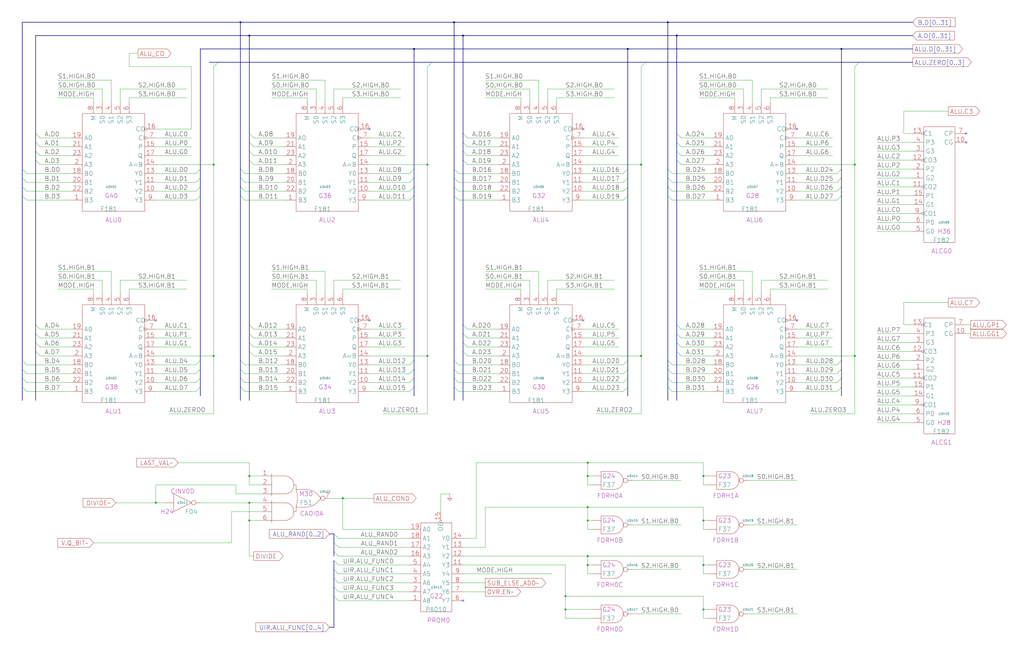
<source format=kicad_sch>
(kicad_sch (version 20211123) (generator eeschema)
  (paper "User" 584.2 378.46)
  (title_block (title "ALU ARRAY\\nMOST SIGNIFICANT BITS") (date "22-MAR-90") (rev "1.0") (comment 1 "VALUE") (comment 2 "232-003063") (comment 3 "S400") (comment 4 "RELEASED"))
  (bus (pts (xy 114.3 101.6) (xy 114.3 106.68)))
  (bus (pts (xy 114.3 106.68) (xy 114.3 111.76)))
  (bus (pts (xy 114.3 111.76) (xy 114.3 205.74)))
  (bus (pts (xy 114.3 205.74) (xy 114.3 210.82)))
  (bus (pts (xy 114.3 210.82) (xy 114.3 215.9)))
  (bus (pts (xy 114.3 215.9) (xy 114.3 220.98)))
  (bus (pts (xy 114.3 220.98) (xy 114.3 226.06)))
  (bus (pts (xy 114.3 27.94) (xy 114.3 96.52)))
  (bus (pts (xy 114.3 27.94) (xy 236.22 27.94)))
  (bus (pts (xy 114.3 96.52) (xy 114.3 101.6)))
  (bus (pts (xy 119.38 35.56) (xy 124.46 35.56)))
  (bus (pts (xy 12.7 101.6) (xy 12.7 106.68)))
  (bus (pts (xy 12.7 106.68) (xy 12.7 111.76)))
  (bus (pts (xy 12.7 111.76) (xy 12.7 205.74)))
  (bus (pts (xy 12.7 12.7) (xy 12.7 96.52)))
  (bus (pts (xy 12.7 12.7) (xy 137.16 12.7)))
  (bus (pts (xy 12.7 205.74) (xy 12.7 210.82)))
  (bus (pts (xy 12.7 210.82) (xy 12.7 215.9)))
  (bus (pts (xy 12.7 215.9) (xy 12.7 220.98)))
  (bus (pts (xy 12.7 220.98) (xy 12.7 228.6)))
  (bus (pts (xy 12.7 96.52) (xy 12.7 101.6)))
  (bus (pts (xy 124.46 35.56) (xy 246.38 35.56)))
  (bus (pts (xy 137.16 101.6) (xy 137.16 106.68)))
  (bus (pts (xy 137.16 106.68) (xy 137.16 111.76)))
  (bus (pts (xy 137.16 111.76) (xy 137.16 205.74)))
  (bus (pts (xy 137.16 12.7) (xy 137.16 96.52)))
  (bus (pts (xy 137.16 12.7) (xy 259.08 12.7)))
  (bus (pts (xy 137.16 205.74) (xy 137.16 210.82)))
  (bus (pts (xy 137.16 210.82) (xy 137.16 215.9)))
  (bus (pts (xy 137.16 215.9) (xy 137.16 220.98)))
  (bus (pts (xy 137.16 220.98) (xy 137.16 228.6)))
  (bus (pts (xy 137.16 96.52) (xy 137.16 101.6)))
  (bus (pts (xy 142.24 185.42) (xy 142.24 190.5)))
  (bus (pts (xy 142.24 190.5) (xy 142.24 195.58)))
  (bus (pts (xy 142.24 195.58) (xy 142.24 200.66)))
  (bus (pts (xy 142.24 20.32) (xy 142.24 76.2)))
  (bus (pts (xy 142.24 20.32) (xy 264.16 20.32)))
  (bus (pts (xy 142.24 200.66) (xy 142.24 228.6)))
  (bus (pts (xy 142.24 76.2) (xy 142.24 81.28)))
  (bus (pts (xy 142.24 81.28) (xy 142.24 86.36)))
  (bus (pts (xy 142.24 86.36) (xy 142.24 91.44)))
  (bus (pts (xy 142.24 91.44) (xy 142.24 185.42)))
  (bus (pts (xy 187.96 304.8) (xy 190.5 304.8)))
  (bus (pts (xy 187.96 358.14) (xy 190.5 358.14)))
  (bus (pts (xy 190.5 304.8) (xy 190.5 309.88)))
  (bus (pts (xy 190.5 309.88) (xy 190.5 314.96)))
  (bus (pts (xy 190.5 314.96) (xy 190.5 317.5)))
  (bus (pts (xy 190.5 320.04) (xy 190.5 325.12)))
  (bus (pts (xy 190.5 325.12) (xy 190.5 330.2)))
  (bus (pts (xy 190.5 330.2) (xy 190.5 335.28)))
  (bus (pts (xy 190.5 335.28) (xy 190.5 340.36)))
  (bus (pts (xy 190.5 340.36) (xy 190.5 358.14)))
  (bus (pts (xy 20.32 185.42) (xy 20.32 190.5)))
  (bus (pts (xy 20.32 190.5) (xy 20.32 195.58)))
  (bus (pts (xy 20.32 195.58) (xy 20.32 200.66)))
  (bus (pts (xy 20.32 20.32) (xy 142.24 20.32)))
  (bus (pts (xy 20.32 20.32) (xy 20.32 76.2)))
  (bus (pts (xy 20.32 200.66) (xy 20.32 228.6)))
  (bus (pts (xy 20.32 76.2) (xy 20.32 81.28)))
  (bus (pts (xy 20.32 81.28) (xy 20.32 86.36)))
  (bus (pts (xy 20.32 86.36) (xy 20.32 91.44)))
  (bus (pts (xy 20.32 91.44) (xy 20.32 185.42)))
  (bus (pts (xy 236.22 101.6) (xy 236.22 106.68)))
  (bus (pts (xy 236.22 106.68) (xy 236.22 111.76)))
  (bus (pts (xy 236.22 111.76) (xy 236.22 205.74)))
  (bus (pts (xy 236.22 205.74) (xy 236.22 210.82)))
  (bus (pts (xy 236.22 210.82) (xy 236.22 215.9)))
  (bus (pts (xy 236.22 215.9) (xy 236.22 220.98)))
  (bus (pts (xy 236.22 220.98) (xy 236.22 226.06)))
  (bus (pts (xy 236.22 27.94) (xy 236.22 96.52)))
  (bus (pts (xy 236.22 27.94) (xy 358.14 27.94)))
  (bus (pts (xy 236.22 96.52) (xy 236.22 101.6)))
  (bus (pts (xy 246.38 35.56) (xy 368.3 35.56)))
  (bus (pts (xy 259.08 101.6) (xy 259.08 106.68)))
  (bus (pts (xy 259.08 106.68) (xy 259.08 111.76)))
  (bus (pts (xy 259.08 111.76) (xy 259.08 205.74)))
  (bus (pts (xy 259.08 12.7) (xy 259.08 96.52)))
  (bus (pts (xy 259.08 12.7) (xy 381 12.7)))
  (bus (pts (xy 259.08 205.74) (xy 259.08 210.82)))
  (bus (pts (xy 259.08 210.82) (xy 259.08 215.9)))
  (bus (pts (xy 259.08 215.9) (xy 259.08 220.98)))
  (bus (pts (xy 259.08 220.98) (xy 259.08 228.6)))
  (bus (pts (xy 259.08 96.52) (xy 259.08 101.6)))
  (bus (pts (xy 264.16 185.42) (xy 264.16 190.5)))
  (bus (pts (xy 264.16 190.5) (xy 264.16 195.58)))
  (bus (pts (xy 264.16 195.58) (xy 264.16 200.66)))
  (bus (pts (xy 264.16 20.32) (xy 264.16 76.2)))
  (bus (pts (xy 264.16 20.32) (xy 386.08 20.32)))
  (bus (pts (xy 264.16 200.66) (xy 264.16 228.6)))
  (bus (pts (xy 264.16 76.2) (xy 264.16 81.28)))
  (bus (pts (xy 264.16 81.28) (xy 264.16 86.36)))
  (bus (pts (xy 264.16 86.36) (xy 264.16 91.44)))
  (bus (pts (xy 264.16 91.44) (xy 264.16 185.42)))
  (bus (pts (xy 358.14 101.6) (xy 358.14 106.68)))
  (bus (pts (xy 358.14 106.68) (xy 358.14 111.76)))
  (bus (pts (xy 358.14 111.76) (xy 358.14 205.74)))
  (bus (pts (xy 358.14 205.74) (xy 358.14 210.82)))
  (bus (pts (xy 358.14 210.82) (xy 358.14 215.9)))
  (bus (pts (xy 358.14 215.9) (xy 358.14 220.98)))
  (bus (pts (xy 358.14 220.98) (xy 358.14 226.06)))
  (bus (pts (xy 358.14 27.94) (xy 358.14 96.52)))
  (bus (pts (xy 358.14 27.94) (xy 480.06 27.94)))
  (bus (pts (xy 358.14 96.52) (xy 358.14 101.6)))
  (bus (pts (xy 368.3 35.56) (xy 490.22 35.56)))
  (bus (pts (xy 381 101.6) (xy 381 106.68)))
  (bus (pts (xy 381 106.68) (xy 381 111.76)))
  (bus (pts (xy 381 111.76) (xy 381 205.74)))
  (bus (pts (xy 381 12.7) (xy 381 96.52)))
  (bus (pts (xy 381 12.7) (xy 520.7 12.7)))
  (bus (pts (xy 381 205.74) (xy 381 210.82)))
  (bus (pts (xy 381 210.82) (xy 381 215.9)))
  (bus (pts (xy 381 215.9) (xy 381 220.98)))
  (bus (pts (xy 381 220.98) (xy 381 228.6)))
  (bus (pts (xy 381 96.52) (xy 381 101.6)))
  (bus (pts (xy 386.08 185.42) (xy 386.08 190.5)))
  (bus (pts (xy 386.08 190.5) (xy 386.08 195.58)))
  (bus (pts (xy 386.08 195.58) (xy 386.08 200.66)))
  (bus (pts (xy 386.08 20.32) (xy 386.08 76.2)))
  (bus (pts (xy 386.08 20.32) (xy 520.7 20.32)))
  (bus (pts (xy 386.08 200.66) (xy 386.08 228.6)))
  (bus (pts (xy 386.08 76.2) (xy 386.08 81.28)))
  (bus (pts (xy 386.08 81.28) (xy 386.08 86.36)))
  (bus (pts (xy 386.08 86.36) (xy 386.08 91.44)))
  (bus (pts (xy 386.08 91.44) (xy 386.08 185.42)))
  (bus (pts (xy 480.06 101.6) (xy 480.06 106.68)))
  (bus (pts (xy 480.06 106.68) (xy 480.06 111.76)))
  (bus (pts (xy 480.06 111.76) (xy 480.06 205.74)))
  (bus (pts (xy 480.06 205.74) (xy 480.06 210.82)))
  (bus (pts (xy 480.06 210.82) (xy 480.06 215.9)))
  (bus (pts (xy 480.06 215.9) (xy 480.06 220.98)))
  (bus (pts (xy 480.06 220.98) (xy 480.06 226.06)))
  (bus (pts (xy 480.06 27.94) (xy 480.06 96.52)))
  (bus (pts (xy 480.06 27.94) (xy 520.7 27.94)))
  (bus (pts (xy 480.06 96.52) (xy 480.06 101.6)))
  (bus (pts (xy 490.22 35.56) (xy 520.7 35.56)))
  (wire (pts (xy 101.6 264.16) (xy 142.24 264.16)))
  (wire (pts (xy 109.22 38.1) (xy 73.66 38.1)))
  (wire (pts (xy 109.22 73.66) (xy 109.22 38.1)))
  (wire (pts (xy 114.3 287.02) (xy 142.24 287.02)))
  (wire (pts (xy 121.92 203.2) (xy 121.92 236.22)))
  (wire (pts (xy 121.92 236.22) (xy 96.52 236.22)))
  (wire (pts (xy 121.92 38.1) (xy 121.92 93.98)))
  (wire (pts (xy 121.92 93.98) (xy 121.92 203.2)))
  (wire (pts (xy 132.08 292.1) (xy 149.86 292.1)))
  (wire (pts (xy 132.08 309.88) (xy 132.08 292.1)))
  (wire (pts (xy 134.62 276.86) (xy 88.9 276.86)))
  (wire (pts (xy 134.62 281.94) (xy 134.62 276.86)))
  (wire (pts (xy 139.7 104.14) (xy 162.56 104.14)))
  (wire (pts (xy 139.7 109.22) (xy 162.56 109.22)))
  (wire (pts (xy 139.7 114.3) (xy 162.56 114.3)))
  (wire (pts (xy 139.7 208.28) (xy 162.56 208.28)))
  (wire (pts (xy 139.7 213.36) (xy 162.56 213.36)))
  (wire (pts (xy 139.7 218.44) (xy 162.56 218.44)))
  (wire (pts (xy 139.7 223.52) (xy 162.56 223.52)))
  (wire (pts (xy 139.7 99.06) (xy 162.56 99.06)))
  (wire (pts (xy 142.24 264.16) (xy 142.24 271.78)))
  (wire (pts (xy 142.24 271.78) (xy 142.24 276.86)))
  (wire (pts (xy 142.24 271.78) (xy 149.86 271.78)))
  (wire (pts (xy 142.24 276.86) (xy 149.86 276.86)))
  (wire (pts (xy 142.24 287.02) (xy 149.86 287.02)))
  (wire (pts (xy 142.24 297.18) (xy 142.24 287.02)))
  (wire (pts (xy 142.24 317.5) (xy 142.24 297.18)))
  (wire (pts (xy 144.78 187.96) (xy 162.56 187.96)))
  (wire (pts (xy 144.78 193.04) (xy 162.56 193.04)))
  (wire (pts (xy 144.78 198.12) (xy 162.56 198.12)))
  (wire (pts (xy 144.78 203.2) (xy 162.56 203.2)))
  (wire (pts (xy 144.78 317.5) (xy 142.24 317.5)))
  (wire (pts (xy 144.78 78.74) (xy 162.56 78.74)))
  (wire (pts (xy 144.78 83.82) (xy 162.56 83.82)))
  (wire (pts (xy 144.78 88.9) (xy 162.56 88.9)))
  (wire (pts (xy 144.78 93.98) (xy 162.56 93.98)))
  (wire (pts (xy 149.86 281.94) (xy 134.62 281.94)))
  (wire (pts (xy 149.86 297.18) (xy 142.24 297.18)))
  (wire (pts (xy 15.24 104.14) (xy 40.64 104.14)))
  (wire (pts (xy 15.24 109.22) (xy 40.64 109.22)))
  (wire (pts (xy 15.24 114.3) (xy 40.64 114.3)))
  (wire (pts (xy 15.24 208.28) (xy 40.64 208.28)))
  (wire (pts (xy 15.24 213.36) (xy 40.64 213.36)))
  (wire (pts (xy 15.24 218.44) (xy 40.64 218.44)))
  (wire (pts (xy 15.24 223.52) (xy 40.64 223.52)))
  (wire (pts (xy 15.24 99.06) (xy 40.64 99.06)))
  (wire (pts (xy 154.94 154.94) (xy 185.42 154.94)))
  (wire (pts (xy 154.94 160.02) (xy 180.34 160.02)))
  (wire (pts (xy 154.94 165.1) (xy 175.26 165.1)))
  (wire (pts (xy 154.94 45.72) (xy 185.42 45.72)))
  (wire (pts (xy 154.94 50.8) (xy 180.34 50.8)))
  (wire (pts (xy 154.94 55.88) (xy 175.26 55.88)))
  (wire (pts (xy 175.26 167.64) (xy 175.26 165.1)))
  (wire (pts (xy 175.26 58.42) (xy 175.26 55.88)))
  (wire (pts (xy 180.34 167.64) (xy 180.34 160.02)))
  (wire (pts (xy 180.34 58.42) (xy 180.34 50.8)))
  (wire (pts (xy 185.42 167.64) (xy 185.42 154.94)))
  (wire (pts (xy 185.42 58.42) (xy 185.42 45.72)))
  (wire (pts (xy 187.96 284.48) (xy 195.58 284.48)))
  (wire (pts (xy 190.5 160.02) (xy 228.6 160.02)))
  (wire (pts (xy 190.5 167.64) (xy 190.5 160.02)))
  (wire (pts (xy 190.5 50.8) (xy 228.6 50.8)))
  (wire (pts (xy 190.5 58.42) (xy 190.5 50.8)))
  (wire (pts (xy 193.04 307.34) (xy 233.68 307.34)))
  (wire (pts (xy 193.04 312.42) (xy 233.68 312.42)))
  (wire (pts (xy 193.04 317.5) (xy 233.68 317.5)))
  (wire (pts (xy 193.04 322.58) (xy 233.68 322.58)))
  (wire (pts (xy 193.04 327.66) (xy 233.68 327.66)))
  (wire (pts (xy 193.04 332.74) (xy 233.68 332.74)))
  (wire (pts (xy 193.04 337.82) (xy 233.68 337.82)))
  (wire (pts (xy 193.04 342.9) (xy 233.68 342.9)))
  (wire (pts (xy 195.58 165.1) (xy 228.6 165.1)))
  (wire (pts (xy 195.58 167.64) (xy 195.58 165.1)))
  (wire (pts (xy 195.58 284.48) (xy 195.58 302.26)))
  (wire (pts (xy 195.58 284.48) (xy 213.36 284.48)))
  (wire (pts (xy 195.58 302.26) (xy 233.68 302.26)))
  (wire (pts (xy 195.58 55.88) (xy 228.6 55.88)))
  (wire (pts (xy 195.58 58.42) (xy 195.58 55.88)))
  (wire (pts (xy 210.82 104.14) (xy 233.68 104.14)))
  (wire (pts (xy 210.82 109.22) (xy 233.68 109.22)))
  (wire (pts (xy 210.82 114.3) (xy 233.68 114.3)))
  (wire (pts (xy 210.82 187.96) (xy 231.14 187.96)))
  (wire (pts (xy 210.82 193.04) (xy 231.14 193.04)))
  (wire (pts (xy 210.82 198.12) (xy 231.14 198.12)))
  (wire (pts (xy 210.82 203.2) (xy 243.84 203.2)))
  (wire (pts (xy 210.82 208.28) (xy 233.68 208.28)))
  (wire (pts (xy 210.82 213.36) (xy 233.68 213.36)))
  (wire (pts (xy 210.82 218.44) (xy 233.68 218.44)))
  (wire (pts (xy 210.82 223.52) (xy 233.68 223.52)))
  (wire (pts (xy 210.82 78.74) (xy 231.14 78.74)))
  (wire (pts (xy 210.82 83.82) (xy 231.14 83.82)))
  (wire (pts (xy 210.82 88.9) (xy 231.14 88.9)))
  (wire (pts (xy 210.82 93.98) (xy 243.84 93.98)))
  (wire (pts (xy 210.82 99.06) (xy 233.68 99.06)))
  (wire (pts (xy 22.86 187.96) (xy 40.64 187.96)))
  (wire (pts (xy 22.86 193.04) (xy 40.64 193.04)))
  (wire (pts (xy 22.86 198.12) (xy 40.64 198.12)))
  (wire (pts (xy 22.86 203.2) (xy 40.64 203.2)))
  (wire (pts (xy 22.86 78.74) (xy 40.64 78.74)))
  (wire (pts (xy 22.86 83.82) (xy 40.64 83.82)))
  (wire (pts (xy 22.86 88.9) (xy 40.64 88.9)))
  (wire (pts (xy 22.86 93.98) (xy 40.64 93.98)))
  (wire (pts (xy 243.84 203.2) (xy 243.84 236.22)))
  (wire (pts (xy 243.84 236.22) (xy 218.44 236.22)))
  (wire (pts (xy 243.84 38.1) (xy 243.84 93.98)))
  (wire (pts (xy 243.84 93.98) (xy 243.84 203.2)))
  (wire (pts (xy 251.46 281.94) (xy 251.46 292.1)))
  (wire (pts (xy 256.54 281.94) (xy 251.46 281.94)))
  (wire (pts (xy 261.62 104.14) (xy 284.48 104.14)))
  (wire (pts (xy 261.62 109.22) (xy 284.48 109.22)))
  (wire (pts (xy 261.62 114.3) (xy 284.48 114.3)))
  (wire (pts (xy 261.62 208.28) (xy 284.48 208.28)))
  (wire (pts (xy 261.62 213.36) (xy 284.48 213.36)))
  (wire (pts (xy 261.62 218.44) (xy 284.48 218.44)))
  (wire (pts (xy 261.62 223.52) (xy 284.48 223.52)))
  (wire (pts (xy 261.62 99.06) (xy 284.48 99.06)))
  (wire (pts (xy 264.16 307.34) (xy 271.78 307.34)))
  (wire (pts (xy 264.16 312.42) (xy 276.86 312.42)))
  (wire (pts (xy 264.16 317.5) (xy 335.28 317.5)))
  (wire (pts (xy 264.16 322.58) (xy 322.58 322.58)))
  (wire (pts (xy 264.16 327.66) (xy 314.96 327.66)))
  (wire (pts (xy 264.16 332.74) (xy 276.86 332.74)))
  (wire (pts (xy 264.16 337.82) (xy 276.86 337.82)))
  (wire (pts (xy 266.7 187.96) (xy 284.48 187.96)))
  (wire (pts (xy 266.7 193.04) (xy 284.48 193.04)))
  (wire (pts (xy 266.7 198.12) (xy 284.48 198.12)))
  (wire (pts (xy 266.7 203.2) (xy 284.48 203.2)))
  (wire (pts (xy 266.7 78.74) (xy 284.48 78.74)))
  (wire (pts (xy 266.7 83.82) (xy 284.48 83.82)))
  (wire (pts (xy 266.7 88.9) (xy 284.48 88.9)))
  (wire (pts (xy 266.7 93.98) (xy 284.48 93.98)))
  (wire (pts (xy 271.78 264.16) (xy 335.28 264.16)))
  (wire (pts (xy 271.78 307.34) (xy 271.78 264.16)))
  (wire (pts (xy 276.86 154.94) (xy 307.34 154.94)))
  (wire (pts (xy 276.86 160.02) (xy 302.26 160.02)))
  (wire (pts (xy 276.86 165.1) (xy 297.18 165.1)))
  (wire (pts (xy 276.86 289.56) (xy 335.28 289.56)))
  (wire (pts (xy 276.86 312.42) (xy 276.86 289.56)))
  (wire (pts (xy 276.86 45.72) (xy 307.34 45.72)))
  (wire (pts (xy 276.86 50.8) (xy 302.26 50.8)))
  (wire (pts (xy 276.86 55.88) (xy 297.18 55.88)))
  (wire (pts (xy 297.18 167.64) (xy 297.18 165.1)))
  (wire (pts (xy 297.18 58.42) (xy 297.18 55.88)))
  (wire (pts (xy 302.26 167.64) (xy 302.26 160.02)))
  (wire (pts (xy 302.26 58.42) (xy 302.26 50.8)))
  (wire (pts (xy 307.34 167.64) (xy 307.34 154.94)))
  (wire (pts (xy 307.34 58.42) (xy 307.34 45.72)))
  (wire (pts (xy 312.42 160.02) (xy 350.52 160.02)))
  (wire (pts (xy 312.42 167.64) (xy 312.42 160.02)))
  (wire (pts (xy 312.42 50.8) (xy 350.52 50.8)))
  (wire (pts (xy 312.42 58.42) (xy 312.42 50.8)))
  (wire (pts (xy 317.5 165.1) (xy 350.52 165.1)))
  (wire (pts (xy 317.5 167.64) (xy 317.5 165.1)))
  (wire (pts (xy 317.5 55.88) (xy 350.52 55.88)))
  (wire (pts (xy 317.5 58.42) (xy 317.5 55.88)))
  (wire (pts (xy 322.58 322.58) (xy 322.58 340.36)))
  (wire (pts (xy 322.58 340.36) (xy 322.58 347.98)))
  (wire (pts (xy 322.58 340.36) (xy 401.32 340.36)))
  (wire (pts (xy 322.58 347.98) (xy 322.58 353.06)))
  (wire (pts (xy 322.58 347.98) (xy 337.82 347.98)))
  (wire (pts (xy 322.58 353.06) (xy 337.82 353.06)))
  (wire (pts (xy 33.02 154.94) (xy 63.5 154.94)))
  (wire (pts (xy 33.02 160.02) (xy 58.42 160.02)))
  (wire (pts (xy 33.02 165.1) (xy 53.34 165.1)))
  (wire (pts (xy 33.02 45.72) (xy 63.5 45.72)))
  (wire (pts (xy 33.02 50.8) (xy 58.42 50.8)))
  (wire (pts (xy 33.02 55.88) (xy 53.34 55.88)))
  (wire (pts (xy 332.74 104.14) (xy 355.6 104.14)))
  (wire (pts (xy 332.74 109.22) (xy 355.6 109.22)))
  (wire (pts (xy 332.74 114.3) (xy 355.6 114.3)))
  (wire (pts (xy 332.74 187.96) (xy 353.06 187.96)))
  (wire (pts (xy 332.74 193.04) (xy 353.06 193.04)))
  (wire (pts (xy 332.74 198.12) (xy 353.06 198.12)))
  (wire (pts (xy 332.74 203.2) (xy 365.76 203.2)))
  (wire (pts (xy 332.74 208.28) (xy 355.6 208.28)))
  (wire (pts (xy 332.74 213.36) (xy 355.6 213.36)))
  (wire (pts (xy 332.74 218.44) (xy 355.6 218.44)))
  (wire (pts (xy 332.74 223.52) (xy 355.6 223.52)))
  (wire (pts (xy 332.74 78.74) (xy 353.06 78.74)))
  (wire (pts (xy 332.74 83.82) (xy 353.06 83.82)))
  (wire (pts (xy 332.74 88.9) (xy 353.06 88.9)))
  (wire (pts (xy 332.74 93.98) (xy 365.76 93.98)))
  (wire (pts (xy 332.74 99.06) (xy 355.6 99.06)))
  (wire (pts (xy 335.28 264.16) (xy 401.32 264.16)))
  (wire (pts (xy 335.28 271.78) (xy 335.28 264.16)))
  (wire (pts (xy 335.28 271.78) (xy 337.82 271.78)))
  (wire (pts (xy 335.28 276.86) (xy 335.28 271.78)))
  (wire (pts (xy 335.28 289.56) (xy 401.32 289.56)))
  (wire (pts (xy 335.28 297.18) (xy 335.28 289.56)))
  (wire (pts (xy 335.28 297.18) (xy 337.82 297.18)))
  (wire (pts (xy 335.28 302.26) (xy 335.28 297.18)))
  (wire (pts (xy 335.28 317.5) (xy 401.32 317.5)))
  (wire (pts (xy 335.28 322.58) (xy 335.28 317.5)))
  (wire (pts (xy 335.28 322.58) (xy 337.82 322.58)))
  (wire (pts (xy 335.28 327.66) (xy 335.28 322.58)))
  (wire (pts (xy 337.82 276.86) (xy 335.28 276.86)))
  (wire (pts (xy 337.82 302.26) (xy 335.28 302.26)))
  (wire (pts (xy 337.82 327.66) (xy 335.28 327.66)))
  (wire (pts (xy 360.68 274.32) (xy 388.62 274.32)))
  (wire (pts (xy 360.68 299.72) (xy 388.62 299.72)))
  (wire (pts (xy 360.68 325.12) (xy 388.62 325.12)))
  (wire (pts (xy 360.68 350.52) (xy 388.62 350.52)))
  (wire (pts (xy 365.76 203.2) (xy 365.76 236.22)))
  (wire (pts (xy 365.76 236.22) (xy 340.36 236.22)))
  (wire (pts (xy 365.76 38.1) (xy 365.76 93.98)))
  (wire (pts (xy 365.76 93.98) (xy 365.76 203.2)))
  (wire (pts (xy 383.54 104.14) (xy 406.4 104.14)))
  (wire (pts (xy 383.54 109.22) (xy 406.4 109.22)))
  (wire (pts (xy 383.54 114.3) (xy 406.4 114.3)))
  (wire (pts (xy 383.54 208.28) (xy 406.4 208.28)))
  (wire (pts (xy 383.54 213.36) (xy 406.4 213.36)))
  (wire (pts (xy 383.54 218.44) (xy 406.4 218.44)))
  (wire (pts (xy 383.54 223.52) (xy 406.4 223.52)))
  (wire (pts (xy 383.54 99.06) (xy 406.4 99.06)))
  (wire (pts (xy 388.62 187.96) (xy 406.4 187.96)))
  (wire (pts (xy 388.62 193.04) (xy 406.4 193.04)))
  (wire (pts (xy 388.62 198.12) (xy 406.4 198.12)))
  (wire (pts (xy 388.62 203.2) (xy 406.4 203.2)))
  (wire (pts (xy 388.62 78.74) (xy 406.4 78.74)))
  (wire (pts (xy 388.62 83.82) (xy 406.4 83.82)))
  (wire (pts (xy 388.62 88.9) (xy 406.4 88.9)))
  (wire (pts (xy 388.62 93.98) (xy 406.4 93.98)))
  (wire (pts (xy 398.78 154.94) (xy 429.26 154.94)))
  (wire (pts (xy 398.78 160.02) (xy 424.18 160.02)))
  (wire (pts (xy 398.78 165.1) (xy 419.1 165.1)))
  (wire (pts (xy 398.78 45.72) (xy 429.26 45.72)))
  (wire (pts (xy 398.78 50.8) (xy 424.18 50.8)))
  (wire (pts (xy 398.78 55.88) (xy 419.1 55.88)))
  (wire (pts (xy 401.32 264.16) (xy 401.32 271.78)))
  (wire (pts (xy 401.32 271.78) (xy 401.32 276.86)))
  (wire (pts (xy 401.32 271.78) (xy 403.86 271.78)))
  (wire (pts (xy 401.32 276.86) (xy 403.86 276.86)))
  (wire (pts (xy 401.32 289.56) (xy 401.32 297.18)))
  (wire (pts (xy 401.32 297.18) (xy 401.32 302.26)))
  (wire (pts (xy 401.32 297.18) (xy 403.86 297.18)))
  (wire (pts (xy 401.32 302.26) (xy 403.86 302.26)))
  (wire (pts (xy 401.32 317.5) (xy 401.32 322.58)))
  (wire (pts (xy 401.32 322.58) (xy 401.32 327.66)))
  (wire (pts (xy 401.32 322.58) (xy 403.86 322.58)))
  (wire (pts (xy 401.32 327.66) (xy 403.86 327.66)))
  (wire (pts (xy 401.32 340.36) (xy 401.32 347.98)))
  (wire (pts (xy 401.32 347.98) (xy 401.32 353.06)))
  (wire (pts (xy 401.32 347.98) (xy 403.86 347.98)))
  (wire (pts (xy 401.32 353.06) (xy 403.86 353.06)))
  (wire (pts (xy 419.1 167.64) (xy 419.1 165.1)))
  (wire (pts (xy 419.1 58.42) (xy 419.1 55.88)))
  (wire (pts (xy 424.18 167.64) (xy 424.18 160.02)))
  (wire (pts (xy 424.18 58.42) (xy 424.18 50.8)))
  (wire (pts (xy 426.72 274.32) (xy 454.66 274.32)))
  (wire (pts (xy 426.72 299.72) (xy 454.66 299.72)))
  (wire (pts (xy 426.72 325.12) (xy 454.66 325.12)))
  (wire (pts (xy 426.72 350.52) (xy 454.66 350.52)))
  (wire (pts (xy 429.26 167.64) (xy 429.26 154.94)))
  (wire (pts (xy 429.26 58.42) (xy 429.26 45.72)))
  (wire (pts (xy 434.34 160.02) (xy 472.44 160.02)))
  (wire (pts (xy 434.34 167.64) (xy 434.34 160.02)))
  (wire (pts (xy 434.34 50.8) (xy 472.44 50.8)))
  (wire (pts (xy 434.34 58.42) (xy 434.34 50.8)))
  (wire (pts (xy 439.42 165.1) (xy 472.44 165.1)))
  (wire (pts (xy 439.42 167.64) (xy 439.42 165.1)))
  (wire (pts (xy 439.42 55.88) (xy 472.44 55.88)))
  (wire (pts (xy 439.42 58.42) (xy 439.42 55.88)))
  (wire (pts (xy 454.66 104.14) (xy 477.52 104.14)))
  (wire (pts (xy 454.66 109.22) (xy 477.52 109.22)))
  (wire (pts (xy 454.66 114.3) (xy 477.52 114.3)))
  (wire (pts (xy 454.66 187.96) (xy 474.98 187.96)))
  (wire (pts (xy 454.66 193.04) (xy 474.98 193.04)))
  (wire (pts (xy 454.66 198.12) (xy 474.98 198.12)))
  (wire (pts (xy 454.66 203.2) (xy 487.68 203.2)))
  (wire (pts (xy 454.66 208.28) (xy 477.52 208.28)))
  (wire (pts (xy 454.66 213.36) (xy 477.52 213.36)))
  (wire (pts (xy 454.66 218.44) (xy 477.52 218.44)))
  (wire (pts (xy 454.66 223.52) (xy 477.52 223.52)))
  (wire (pts (xy 454.66 78.74) (xy 474.98 78.74)))
  (wire (pts (xy 454.66 83.82) (xy 474.98 83.82)))
  (wire (pts (xy 454.66 88.9) (xy 474.98 88.9)))
  (wire (pts (xy 454.66 93.98) (xy 487.68 93.98)))
  (wire (pts (xy 454.66 99.06) (xy 477.52 99.06)))
  (wire (pts (xy 487.68 203.2) (xy 487.68 236.22)))
  (wire (pts (xy 487.68 236.22) (xy 462.28 236.22)))
  (wire (pts (xy 487.68 38.1) (xy 487.68 93.98)))
  (wire (pts (xy 487.68 93.98) (xy 487.68 203.2)))
  (wire (pts (xy 500.38 101.6) (xy 520.7 101.6)))
  (wire (pts (xy 500.38 106.68) (xy 520.7 106.68)))
  (wire (pts (xy 500.38 111.76) (xy 520.7 111.76)))
  (wire (pts (xy 500.38 116.84) (xy 520.7 116.84)))
  (wire (pts (xy 500.38 121.92) (xy 520.7 121.92)))
  (wire (pts (xy 500.38 127) (xy 520.7 127)))
  (wire (pts (xy 500.38 132.08) (xy 520.7 132.08)))
  (wire (pts (xy 500.38 190.5) (xy 520.7 190.5)))
  (wire (pts (xy 500.38 195.58) (xy 520.7 195.58)))
  (wire (pts (xy 500.38 200.66) (xy 520.7 200.66)))
  (wire (pts (xy 500.38 205.74) (xy 520.7 205.74)))
  (wire (pts (xy 500.38 210.82) (xy 520.7 210.82)))
  (wire (pts (xy 500.38 215.9) (xy 520.7 215.9)))
  (wire (pts (xy 500.38 220.98) (xy 520.7 220.98)))
  (wire (pts (xy 500.38 226.06) (xy 520.7 226.06)))
  (wire (pts (xy 500.38 231.14) (xy 520.7 231.14)))
  (wire (pts (xy 500.38 236.22) (xy 520.7 236.22)))
  (wire (pts (xy 500.38 241.3) (xy 520.7 241.3)))
  (wire (pts (xy 500.38 81.28) (xy 520.7 81.28)))
  (wire (pts (xy 500.38 86.36) (xy 520.7 86.36)))
  (wire (pts (xy 500.38 91.44) (xy 520.7 91.44)))
  (wire (pts (xy 500.38 96.52) (xy 520.7 96.52)))
  (wire (pts (xy 515.62 172.72) (xy 541.02 172.72)))
  (wire (pts (xy 515.62 185.42) (xy 515.62 172.72)))
  (wire (pts (xy 515.62 63.5) (xy 541.02 63.5)))
  (wire (pts (xy 515.62 76.2) (xy 515.62 63.5)))
  (wire (pts (xy 520.7 185.42) (xy 515.62 185.42)))
  (wire (pts (xy 520.7 76.2) (xy 515.62 76.2)))
  (wire (pts (xy 53.34 167.64) (xy 53.34 165.1)))
  (wire (pts (xy 53.34 309.88) (xy 132.08 309.88)))
  (wire (pts (xy 53.34 58.42) (xy 53.34 55.88)))
  (wire (pts (xy 551.18 185.42) (xy 553.72 185.42)))
  (wire (pts (xy 551.18 190.5) (xy 553.72 190.5)))
  (wire (pts (xy 58.42 167.64) (xy 58.42 160.02)))
  (wire (pts (xy 58.42 58.42) (xy 58.42 50.8)))
  (wire (pts (xy 63.5 167.64) (xy 63.5 154.94)))
  (wire (pts (xy 63.5 58.42) (xy 63.5 45.72)))
  (wire (pts (xy 66.04 287.02) (xy 88.9 287.02)))
  (wire (pts (xy 68.58 160.02) (xy 106.68 160.02)))
  (wire (pts (xy 68.58 167.64) (xy 68.58 160.02)))
  (wire (pts (xy 68.58 50.8) (xy 106.68 50.8)))
  (wire (pts (xy 68.58 58.42) (xy 68.58 50.8)))
  (wire (pts (xy 73.66 165.1) (xy 106.68 165.1)))
  (wire (pts (xy 73.66 167.64) (xy 73.66 165.1)))
  (wire (pts (xy 73.66 30.48) (xy 78.74 30.48)))
  (wire (pts (xy 73.66 38.1) (xy 73.66 30.48)))
  (wire (pts (xy 73.66 55.88) (xy 106.68 55.88)))
  (wire (pts (xy 73.66 58.42) (xy 73.66 55.88)))
  (wire (pts (xy 88.9 104.14) (xy 111.76 104.14)))
  (wire (pts (xy 88.9 109.22) (xy 111.76 109.22)))
  (wire (pts (xy 88.9 114.3) (xy 111.76 114.3)))
  (wire (pts (xy 88.9 187.96) (xy 109.22 187.96)))
  (wire (pts (xy 88.9 193.04) (xy 109.22 193.04)))
  (wire (pts (xy 88.9 198.12) (xy 109.22 198.12)))
  (wire (pts (xy 88.9 203.2) (xy 121.92 203.2)))
  (wire (pts (xy 88.9 208.28) (xy 111.76 208.28)))
  (wire (pts (xy 88.9 213.36) (xy 111.76 213.36)))
  (wire (pts (xy 88.9 218.44) (xy 111.76 218.44)))
  (wire (pts (xy 88.9 223.52) (xy 111.76 223.52)))
  (wire (pts (xy 88.9 276.86) (xy 88.9 287.02)))
  (wire (pts (xy 88.9 287.02) (xy 93.98 287.02)))
  (wire (pts (xy 88.9 73.66) (xy 109.22 73.66)))
  (wire (pts (xy 88.9 78.74) (xy 109.22 78.74)))
  (wire (pts (xy 88.9 83.82) (xy 109.22 83.82)))
  (wire (pts (xy 88.9 88.9) (xy 109.22 88.9)))
  (wire (pts (xy 88.9 93.98) (xy 121.92 93.98)))
  (wire (pts (xy 88.9 99.06) (xy 111.76 99.06)))
  (bus_entry (at 12.7 96.52) (size 2.54 2.54))
  (bus_entry (at 12.7 101.6) (size 2.54 2.54))
  (bus_entry (at 12.7 106.68) (size 2.54 2.54))
  (bus_entry (at 12.7 111.76) (size 2.54 2.54))
  (bus_entry (at 12.7 205.74) (size 2.54 2.54))
  (bus_entry (at 12.7 210.82) (size 2.54 2.54))
  (bus_entry (at 12.7 215.9) (size 2.54 2.54))
  (bus_entry (at 12.7 220.98) (size 2.54 2.54))
  (bus_entry (at 20.32 76.2) (size 2.54 2.54))
  (bus_entry (at 20.32 81.28) (size 2.54 2.54))
  (bus_entry (at 20.32 86.36) (size 2.54 2.54))
  (bus_entry (at 20.32 91.44) (size 2.54 2.54))
  (bus_entry (at 20.32 185.42) (size 2.54 2.54))
  (bus_entry (at 20.32 190.5) (size 2.54 2.54))
  (bus_entry (at 20.32 195.58) (size 2.54 2.54))
  (bus_entry (at 20.32 200.66) (size 2.54 2.54))
  (label "A.D0" (at 25.4 78.74 0) (effects (font (size 2.54 2.54))))
  (label "A.D1" (at 25.4 83.82 0) (effects (font (size 2.54 2.54))))
  (label "A.D2" (at 25.4 88.9 0) (effects (font (size 2.54 2.54))))
  (label "A.D3" (at 25.4 93.98 0) (effects (font (size 2.54 2.54))))
  (label "B.D0" (at 25.4 99.06 0) (effects (font (size 2.54 2.54))))
  (label "B.D1" (at 25.4 104.14 0) (effects (font (size 2.54 2.54))))
  (label "B.D2" (at 25.4 109.22 0) (effects (font (size 2.54 2.54))))
  (label "B.D3" (at 25.4 114.3 0) (effects (font (size 2.54 2.54))))
  (label "A.D4" (at 25.4 187.96 0) (effects (font (size 2.54 2.54))))
  (label "A.D5" (at 25.4 193.04 0) (effects (font (size 2.54 2.54))))
  (label "A.D6" (at 25.4 198.12 0) (effects (font (size 2.54 2.54))))
  (label "A.D7" (at 25.4 203.2 0) (effects (font (size 2.54 2.54))))
  (label "B.D4" (at 25.4 208.28 0) (effects (font (size 2.54 2.54))))
  (label "B.D5" (at 25.4 213.36 0) (effects (font (size 2.54 2.54))))
  (label "B.D6" (at 25.4 218.44 0) (effects (font (size 2.54 2.54))))
  (label "B.D7" (at 25.4 223.52 0) (effects (font (size 2.54 2.54))))
  (label "S1.HIGH.B0" (at 33.02 45.72 0) (effects (font (size 2.54 2.54))))
  (label "S0.HIGH.B0" (at 33.02 50.8 0) (effects (font (size 2.54 2.54))))
  (label "MODE.HIGH" (at 33.02 55.88 0) (effects (font (size 2.54 2.54))))
  (label "S1.HIGH.B1" (at 33.02 154.94 0) (effects (font (size 2.54 2.54))))
  (label "S0.HIGH.B1" (at 33.02 160.02 0) (effects (font (size 2.54 2.54))))
  (label "MODE.HIGH" (at 33.02 165.1 0) (effects (font (size 2.54 2.54))))
  (global_label "V.Q_BIT~" (shape input) (at 53.34 309.88 180) (effects (font (size 2.54 2.54))) (property "Intersheet References" "${INTERSHEET_REFS}" (at 33.0321 309.7213 0) (effects (font (size 2.54 2.54)) (justify right))))
  (symbol (lib_id "r1000:F181") (at 60.96 111.76 0) (unit 1)
    (property "Reference" "U3401" (at 63.5 106.68 0))
    (property "Value" "F181" (at 57.15 119.38 0) (effects (font (size 2.54 2.54)) (justify left)))
    (property "Location" "G40" (at 59.69 111.76 0) (effects (font (size 2.54 2.54)) (justify left)))
    (property "Name" "ALU0" (at 64.77 127 0) (effects (font (size 2.54 2.54)) (justify bottom)))
  )
  (symbol (lib_id "r1000:F181") (at 60.96 220.98 0) (unit 1)
    (property "Reference" "U3402" (at 63.5 215.9 0))
    (property "Value" "F181" (at 57.15 228.6 0) (effects (font (size 2.54 2.54)) (justify left)))
    (property "Location" "G38" (at 59.69 220.98 0) (effects (font (size 2.54 2.54)) (justify left)))
    (property "Name" "ALU1" (at 64.77 236.22 0) (effects (font (size 2.54 2.54)) (justify bottom)))
  )
  (global_label "DIVIDE~" (shape input) (at 66.04 287.02 180) (effects (font (size 2.54 2.54))) (property "Intersheet References" "${INTERSHEET_REFS}" (at 47.4254 286.8613 0) (effects (font (size 2.54 2.54)) (justify right))))
  (global_label "ALU_CO" (shape output) (at 78.74 30.48 0) (effects (font (size 2.54 2.54))) (property "Intersheet References" "${INTERSHEET_REFS}" (at 97.5965 30.3213 0) (effects (font (size 2.54 2.54)) (justify left))))
  (label "S2.HIGH.B0" (at 78.74 50.8 0) (effects (font (size 2.54 2.54))))
  (label "S3.HIGH.B0" (at 78.74 55.88 0) (effects (font (size 2.54 2.54))))
  (label "S2.HIGH.B1" (at 78.74 160.02 0) (effects (font (size 2.54 2.54))))
  (label "S3.HIGH.B1" (at 78.74 165.1 0) (effects (font (size 2.54 2.54))))
  (no_connect (at 88.9 182.88))
  (junction (at 88.9 287.02))
  (label "ALU.C0" (at 93.98 78.74 0) (effects (font (size 2.54 2.54))))
  (label "ALU.P0" (at 93.98 83.82 0) (effects (font (size 2.54 2.54))))
  (label "ALU.G0" (at 93.98 88.9 0) (effects (font (size 2.54 2.54))))
  (label "ALU.D0" (at 93.98 99.06 0) (effects (font (size 2.54 2.54))))
  (label "ALU.D1" (at 93.98 104.14 0) (effects (font (size 2.54 2.54))))
  (label "ALU.D2" (at 93.98 109.22 0) (effects (font (size 2.54 2.54))))
  (label "ALU.D3" (at 93.98 114.3 0) (effects (font (size 2.54 2.54))))
  (label "ALU.C1" (at 93.98 187.96 0) (effects (font (size 2.54 2.54))))
  (label "ALU.P1" (at 93.98 193.04 0) (effects (font (size 2.54 2.54))))
  (label "ALU.G1" (at 93.98 198.12 0) (effects (font (size 2.54 2.54))))
  (label "ALU.D4" (at 93.98 208.28 0) (effects (font (size 2.54 2.54))))
  (label "ALU.D5" (at 93.98 213.36 0) (effects (font (size 2.54 2.54))))
  (label "ALU.D6" (at 93.98 218.44 0) (effects (font (size 2.54 2.54))))
  (label "ALU.D7" (at 93.98 223.52 0) (effects (font (size 2.54 2.54))))
  (label "ALU.ZERO0" (at 96.52 236.22 0) (effects (font (size 2.54 2.54))))
  (global_label "LAST_VAL~" (shape input) (at 101.6 264.16 180) (effects (font (size 2.54 2.54))) (property "Intersheet References" "${INTERSHEET_REFS}" (at 78.0264 264.0013 0) (effects (font (size 2.54 2.54)) (justify right))))
  (symbol (lib_id "r1000:F04") (at 104.14 287.02 0) (unit 1)
    (property "Reference" "U3411" (at 104.14 287.02 0))
    (property "Value" "F04" (at 105.41 292.1 0) (effects (font (size 2.54 2.54)) (justify left)))
    (property "Location" "H24" (at 91.44 292.1 0) (effects (font (size 2.54 2.54)) (justify left)))
    (property "Name" "CINV0D" (at 104.14 281.94 0) (effects (font (size 2.54 2.54)) (justify bottom)))
  )
  (bus_entry (at 114.3 96.52) (size -2.54 2.54))
  (bus_entry (at 114.3 101.6) (size -2.54 2.54))
  (bus_entry (at 114.3 106.68) (size -2.54 2.54))
  (bus_entry (at 114.3 111.76) (size -2.54 2.54))
  (bus_entry (at 114.3 205.74) (size -2.54 2.54))
  (bus_entry (at 114.3 210.82) (size -2.54 2.54))
  (bus_entry (at 114.3 215.9) (size -2.54 2.54))
  (bus_entry (at 114.3 220.98) (size -2.54 2.54))
  (junction (at 121.92 93.98))
  (junction (at 121.92 203.2))
  (bus_entry (at 124.46 35.56) (size -2.54 2.54))
  (junction (at 137.16 12.7))
  (bus_entry (at 137.16 96.52) (size 2.54 2.54))
  (bus_entry (at 137.16 101.6) (size 2.54 2.54))
  (bus_entry (at 137.16 106.68) (size 2.54 2.54))
  (bus_entry (at 137.16 111.76) (size 2.54 2.54))
  (bus_entry (at 137.16 205.74) (size 2.54 2.54))
  (bus_entry (at 137.16 210.82) (size 2.54 2.54))
  (bus_entry (at 137.16 215.9) (size 2.54 2.54))
  (bus_entry (at 137.16 220.98) (size 2.54 2.54))
  (junction (at 142.24 20.32))
  (bus_entry (at 142.24 76.2) (size 2.54 2.54))
  (bus_entry (at 142.24 81.28) (size 2.54 2.54))
  (bus_entry (at 142.24 86.36) (size 2.54 2.54))
  (bus_entry (at 142.24 91.44) (size 2.54 2.54))
  (bus_entry (at 142.24 185.42) (size 2.54 2.54))
  (bus_entry (at 142.24 190.5) (size 2.54 2.54))
  (bus_entry (at 142.24 195.58) (size 2.54 2.54))
  (bus_entry (at 142.24 200.66) (size 2.54 2.54))
  (junction (at 142.24 271.78))
  (junction (at 142.24 287.02))
  (junction (at 142.24 297.18))
  (global_label "DIVIDE" (shape output) (at 144.78 317.5 0) (effects (font (size 2.54 2.54))) (property "Intersheet References" "${INTERSHEET_REFS}" (at 161.5803 317.3413 0) (effects (font (size 2.54 2.54)) (justify left))))
  (label "A.D8" (at 147.32 78.74 0) (effects (font (size 2.54 2.54))))
  (label "A.D9" (at 147.32 83.82 0) (effects (font (size 2.54 2.54))))
  (label "A.D10" (at 147.32 88.9 0) (effects (font (size 2.54 2.54))))
  (label "A.D11" (at 147.32 93.98 0) (effects (font (size 2.54 2.54))))
  (label "B.D8" (at 147.32 99.06 0) (effects (font (size 2.54 2.54))))
  (label "B.D9" (at 147.32 104.14 0) (effects (font (size 2.54 2.54))))
  (label "B.D10" (at 147.32 109.22 0) (effects (font (size 2.54 2.54))))
  (label "B.D11" (at 147.32 114.3 0) (effects (font (size 2.54 2.54))))
  (label "A.D12" (at 147.32 187.96 0) (effects (font (size 2.54 2.54))))
  (label "A.D13" (at 147.32 193.04 0) (effects (font (size 2.54 2.54))))
  (label "A.D14" (at 147.32 198.12 0) (effects (font (size 2.54 2.54))))
  (label "A.D15" (at 147.32 203.2 0) (effects (font (size 2.54 2.54))))
  (label "B.D12" (at 147.32 208.28 0) (effects (font (size 2.54 2.54))))
  (label "B.D13" (at 147.32 213.36 0) (effects (font (size 2.54 2.54))))
  (label "B.D14" (at 147.32 218.44 0) (effects (font (size 2.54 2.54))))
  (label "B.D15" (at 147.32 223.52 0) (effects (font (size 2.54 2.54))))
  (label "S1.HIGH.B0" (at 154.94 45.72 0) (effects (font (size 2.54 2.54))))
  (label "S0.HIGH.B0" (at 154.94 50.8 0) (effects (font (size 2.54 2.54))))
  (label "MODE.HIGH" (at 154.94 55.88 0) (effects (font (size 2.54 2.54))))
  (label "S1.HIGH.B1" (at 154.94 154.94 0) (effects (font (size 2.54 2.54))))
  (label "S0.HIGH.B1" (at 154.94 160.02 0) (effects (font (size 2.54 2.54))))
  (label "MODE.HIGH" (at 154.94 165.1 0) (effects (font (size 2.54 2.54))))
  (symbol (lib_id "r1000:F51") (at 172.72 281.94 0) (unit 1)
    (property "Reference" "U3412" (at 185.42 280.67 0))
    (property "Value" "F51" (at 174.625 287.02 0) (effects (font (size 2.54 2.54))))
    (property "Location" "M30" (at 174.625 281.94 0) (effects (font (size 2.54 2.54))))
    (property "Name" "CAOI0A" (at 177.8 294.64 0) (effects (font (size 2.54 2.54)) (justify bottom)))
  )
  (symbol (lib_id "r1000:F181") (at 182.88 111.76 0) (unit 1)
    (property "Reference" "U3403" (at 185.42 106.68 0))
    (property "Value" "F181" (at 179.07 119.38 0) (effects (font (size 2.54 2.54)) (justify left)))
    (property "Location" "G36" (at 181.61 111.76 0) (effects (font (size 2.54 2.54)) (justify left)))
    (property "Name" "ALU2" (at 186.69 127 0) (effects (font (size 2.54 2.54)) (justify bottom)))
  )
  (symbol (lib_id "r1000:F181") (at 182.88 220.98 0) (unit 1)
    (property "Reference" "U3404" (at 185.42 215.9 0))
    (property "Value" "F181" (at 179.07 228.6 0) (effects (font (size 2.54 2.54)) (justify left)))
    (property "Location" "G34" (at 181.61 220.98 0) (effects (font (size 2.54 2.54)) (justify left)))
    (property "Name" "ALU3" (at 186.69 236.22 0) (effects (font (size 2.54 2.54)) (justify bottom)))
  )
  (global_label "ALU_RAND[0..2]" (shape input) (at 187.96 304.8 180) (effects (font (size 2.54 2.54))) (property "Intersheet References" "${INTERSHEET_REFS}" (at 153.7426 304.6413 0) (effects (font (size 2.54 2.54)) (justify right))))
  (global_label "UIR.ALU_FUNC[0..4]" (shape input) (at 187.96 358.14 180) (effects (font (size 2.54 2.54))) (property "Intersheet References" "${INTERSHEET_REFS}" (at 146.0016 357.9813 0) (effects (font (size 2.54 2.54)) (justify right))))
  (bus_entry (at 190.5 304.8) (size 2.54 2.54))
  (bus_entry (at 190.5 309.88) (size 2.54 2.54))
  (bus_entry (at 190.5 314.96) (size 2.54 2.54))
  (bus_entry (at 190.5 320.04) (size 2.54 2.54))
  (bus_entry (at 190.5 325.12) (size 2.54 2.54))
  (bus_entry (at 190.5 330.2) (size 2.54 2.54))
  (bus_entry (at 190.5 335.28) (size 2.54 2.54))
  (bus_entry (at 190.5 340.36) (size 2.54 2.54))
  (junction (at 195.58 284.48))
  (label "UIR.ALU_FUNC0" (at 195.58 322.58 0) (effects (font (size 2.54 2.54))))
  (label "UIR.ALU_FUNC1" (at 195.58 327.66 0) (effects (font (size 2.54 2.54))))
  (label "UIR.ALU_FUNC2" (at 195.58 332.74 0) (effects (font (size 2.54 2.54))))
  (label "UIR.ALU_FUNC3" (at 195.58 337.82 0) (effects (font (size 2.54 2.54))))
  (label "UIR.ALU_FUNC4" (at 195.58 342.9 0) (effects (font (size 2.54 2.54))))
  (label "S2.HIGH.B0" (at 200.66 50.8 0) (effects (font (size 2.54 2.54))))
  (label "S3.HIGH.B0" (at 200.66 55.88 0) (effects (font (size 2.54 2.54))))
  (label "S2.HIGH.B1" (at 200.66 160.02 0) (effects (font (size 2.54 2.54))))
  (label "S3.HIGH.B1" (at 200.66 165.1 0) (effects (font (size 2.54 2.54))))
  (label "ALU_RAND0" (at 205.74 307.34 0) (effects (font (size 2.54 2.54))))
  (label "ALU_RAND1" (at 205.74 312.42 0) (effects (font (size 2.54 2.54))))
  (label "ALU_RAND2" (at 205.74 317.5 0) (effects (font (size 2.54 2.54))))
  (no_connect (at 210.82 73.66))
  (no_connect (at 210.82 182.88))
  (global_label "ALU_COND" (shape output) (at 213.36 284.48 0) (effects (font (size 2.54 2.54))) (property "Intersheet References" "${INTERSHEET_REFS}" (at 237.4174 284.3213 0) (effects (font (size 2.54 2.54)) (justify left))))
  (label "ALU.C2" (at 215.9 78.74 0) (effects (font (size 2.54 2.54))))
  (label "ALU.P2" (at 215.9 83.82 0) (effects (font (size 2.54 2.54))))
  (label "ALU.G2" (at 215.9 88.9 0) (effects (font (size 2.54 2.54))))
  (label "ALU.D8" (at 215.9 99.06 0) (effects (font (size 2.54 2.54))))
  (label "ALU.D9" (at 215.9 104.14 0) (effects (font (size 2.54 2.54))))
  (label "ALU.D10" (at 215.9 109.22 0) (effects (font (size 2.54 2.54))))
  (label "ALU.D11" (at 215.9 114.3 0) (effects (font (size 2.54 2.54))))
  (label "ALU.C3" (at 215.9 187.96 0) (effects (font (size 2.54 2.54))))
  (label "ALU.P3" (at 215.9 193.04 0) (effects (font (size 2.54 2.54))))
  (label "ALU.G3" (at 215.9 198.12 0) (effects (font (size 2.54 2.54))))
  (label "ALU.D12" (at 215.9 208.28 0) (effects (font (size 2.54 2.54))))
  (label "ALU.D13" (at 215.9 213.36 0) (effects (font (size 2.54 2.54))))
  (label "ALU.D14" (at 215.9 218.44 0) (effects (font (size 2.54 2.54))))
  (label "ALU.D15" (at 215.9 223.52 0) (effects (font (size 2.54 2.54))))
  (label "ALU.ZERO1" (at 218.44 236.22 0) (effects (font (size 2.54 2.54))))
  (junction (at 236.22 27.94))
  (bus_entry (at 236.22 96.52) (size -2.54 2.54))
  (bus_entry (at 236.22 101.6) (size -2.54 2.54))
  (bus_entry (at 236.22 106.68) (size -2.54 2.54))
  (bus_entry (at 236.22 111.76) (size -2.54 2.54))
  (bus_entry (at 236.22 205.74) (size -2.54 2.54))
  (bus_entry (at 236.22 210.82) (size -2.54 2.54))
  (bus_entry (at 236.22 215.9) (size -2.54 2.54))
  (bus_entry (at 236.22 220.98) (size -2.54 2.54))
  (junction (at 243.84 93.98))
  (junction (at 243.84 203.2))
  (bus_entry (at 246.38 35.56) (size -2.54 2.54))
  (symbol (lib_id "r1000:PAxxx") (at 246.38 340.36 0) (unit 1)
    (property "Reference" "U3413" (at 248.92 335.28 0))
    (property "Value" "PA010" (at 242.57 347.98 0) (effects (font (size 2.54 2.54)) (justify left)))
    (property "Location" "G22" (at 245.11 340.36 0) (effects (font (size 2.54 2.54)) (justify left)))
    (property "Name" "PROM0" (at 250.19 355.6 0) (effects (font (size 2.54 2.54)) (justify bottom)))
  )
  (symbol (lib_id "r1000:PD") (at 256.54 281.94 0) (unit 1) (in_bom no)
    (property "Reference" "#PWR0116" (effects hide))
    (property "Value" "PD" (effects hide))
  )
  (junction (at 259.08 12.7))
  (bus_entry (at 259.08 96.52) (size 2.54 2.54))
  (bus_entry (at 259.08 101.6) (size 2.54 2.54))
  (bus_entry (at 259.08 106.68) (size 2.54 2.54))
  (bus_entry (at 259.08 111.76) (size 2.54 2.54))
  (bus_entry (at 259.08 205.74) (size 2.54 2.54))
  (bus_entry (at 259.08 210.82) (size 2.54 2.54))
  (bus_entry (at 259.08 215.9) (size 2.54 2.54))
  (bus_entry (at 259.08 220.98) (size 2.54 2.54))
  (junction (at 264.16 20.32))
  (bus_entry (at 264.16 76.2) (size 2.54 2.54))
  (bus_entry (at 264.16 81.28) (size 2.54 2.54))
  (bus_entry (at 264.16 86.36) (size 2.54 2.54))
  (bus_entry (at 264.16 91.44) (size 2.54 2.54))
  (bus_entry (at 264.16 185.42) (size 2.54 2.54))
  (bus_entry (at 264.16 190.5) (size 2.54 2.54))
  (bus_entry (at 264.16 195.58) (size 2.54 2.54))
  (bus_entry (at 264.16 200.66) (size 2.54 2.54))
  (no_connect (at 264.16 342.9))
  (label "A.D16" (at 269.24 78.74 0) (effects (font (size 2.54 2.54))))
  (label "A.D17" (at 269.24 83.82 0) (effects (font (size 2.54 2.54))))
  (label "A.D18" (at 269.24 88.9 0) (effects (font (size 2.54 2.54))))
  (label "A.D19" (at 269.24 93.98 0) (effects (font (size 2.54 2.54))))
  (label "B.D16" (at 269.24 99.06 0) (effects (font (size 2.54 2.54))))
  (label "B.D17" (at 269.24 104.14 0) (effects (font (size 2.54 2.54))))
  (label "B.D18" (at 269.24 109.22 0) (effects (font (size 2.54 2.54))))
  (label "B.D19" (at 269.24 114.3 0) (effects (font (size 2.54 2.54))))
  (label "A.D20" (at 269.24 187.96 0) (effects (font (size 2.54 2.54))))
  (label "A.D21" (at 269.24 193.04 0) (effects (font (size 2.54 2.54))))
  (label "A.D22" (at 269.24 198.12 0) (effects (font (size 2.54 2.54))))
  (label "A.D23" (at 269.24 203.2 0) (effects (font (size 2.54 2.54))))
  (label "B.D20" (at 269.24 208.28 0) (effects (font (size 2.54 2.54))))
  (label "B.D21" (at 269.24 213.36 0) (effects (font (size 2.54 2.54))))
  (label "B.D22" (at 269.24 218.44 0) (effects (font (size 2.54 2.54))))
  (label "B.D23" (at 269.24 223.52 0) (effects (font (size 2.54 2.54))))
  (label "MODE.HIGH" (at 271.78 327.66 0) (effects (font (size 2.54 2.54))))
  (label "S1.HIGH.B0" (at 276.86 45.72 0) (effects (font (size 2.54 2.54))))
  (label "S0.HIGH.B0" (at 276.86 50.8 0) (effects (font (size 2.54 2.54))))
  (label "MODE.HIGH" (at 276.86 55.88 0) (effects (font (size 2.54 2.54))))
  (label "S1.HIGH.B1" (at 276.86 154.94 0) (effects (font (size 2.54 2.54))))
  (label "S0.HIGH.B1" (at 276.86 160.02 0) (effects (font (size 2.54 2.54))))
  (label "MODE.HIGH" (at 276.86 165.1 0) (effects (font (size 2.54 2.54))))
  (global_label "SUB_ELSE_ADD~" (shape output) (at 276.86 332.74 0) (effects (font (size 2.54 2.54))) (property "Intersheet References" "${INTERSHEET_REFS}" (at 311.3193 332.5813 0) (effects (font (size 2.54 2.54)) (justify left))))
  (global_label "OVR.EN~" (shape output) (at 276.86 337.82 0) (effects (font (size 2.54 2.54))) (property "Intersheet References" "${INTERSHEET_REFS}" (at 297.047 337.6613 0) (effects (font (size 2.54 2.54)) (justify left))))
  (symbol (lib_id "r1000:F181") (at 304.8 111.76 0) (unit 1)
    (property "Reference" "U3405" (at 307.34 106.68 0))
    (property "Value" "F181" (at 300.99 119.38 0) (effects (font (size 2.54 2.54)) (justify left)))
    (property "Location" "G32" (at 303.53 111.76 0) (effects (font (size 2.54 2.54)) (justify left)))
    (property "Name" "ALU4" (at 308.61 127 0) (effects (font (size 2.54 2.54)) (justify bottom)))
  )
  (symbol (lib_id "r1000:F181") (at 304.8 220.98 0) (unit 1)
    (property "Reference" "U3406" (at 307.34 215.9 0))
    (property "Value" "F181" (at 300.99 228.6 0) (effects (font (size 2.54 2.54)) (justify left)))
    (property "Location" "G30" (at 303.53 220.98 0) (effects (font (size 2.54 2.54)) (justify left)))
    (property "Name" "ALU5" (at 308.61 236.22 0) (effects (font (size 2.54 2.54)) (justify bottom)))
  )
  (label "S2.HIGH.B0" (at 322.58 50.8 0) (effects (font (size 2.54 2.54))))
  (label "S3.HIGH.B0" (at 322.58 55.88 0) (effects (font (size 2.54 2.54))))
  (label "S2.HIGH.B1" (at 322.58 160.02 0) (effects (font (size 2.54 2.54))))
  (label "S3.HIGH.B1" (at 322.58 165.1 0) (effects (font (size 2.54 2.54))))
  (junction (at 322.58 340.36))
  (junction (at 322.58 347.98))
  (no_connect (at 332.74 73.66))
  (no_connect (at 332.74 182.88))
  (junction (at 335.28 264.16))
  (junction (at 335.28 271.78))
  (junction (at 335.28 289.56))
  (junction (at 335.28 297.18))
  (junction (at 335.28 317.5))
  (junction (at 335.28 322.58))
  (label "ALU.C4" (at 337.82 78.74 0) (effects (font (size 2.54 2.54))))
  (label "ALU.P4" (at 337.82 83.82 0) (effects (font (size 2.54 2.54))))
  (label "ALU.G4" (at 337.82 88.9 0) (effects (font (size 2.54 2.54))))
  (label "ALU.D16" (at 337.82 99.06 0) (effects (font (size 2.54 2.54))))
  (label "ALU.D17" (at 337.82 104.14 0) (effects (font (size 2.54 2.54))))
  (label "ALU.D18" (at 337.82 109.22 0) (effects (font (size 2.54 2.54))))
  (label "ALU.D19" (at 337.82 114.3 0) (effects (font (size 2.54 2.54))))
  (label "ALU.C5" (at 337.82 187.96 0) (effects (font (size 2.54 2.54))))
  (label "ALU.P5" (at 337.82 193.04 0) (effects (font (size 2.54 2.54))))
  (label "ALU.G5" (at 337.82 198.12 0) (effects (font (size 2.54 2.54))))
  (label "ALU.D20" (at 337.82 208.28 0) (effects (font (size 2.54 2.54))))
  (label "ALU.D21" (at 337.82 213.36 0) (effects (font (size 2.54 2.54))))
  (label "ALU.D22" (at 337.82 218.44 0) (effects (font (size 2.54 2.54))))
  (label "ALU.D23" (at 337.82 223.52 0) (effects (font (size 2.54 2.54))))
  (label "ALU.ZERO2" (at 340.36 236.22 0) (effects (font (size 2.54 2.54))))
  (symbol (lib_id "r1000:F37") (at 345.44 271.78 0) (unit 1)
    (property "Reference" "U3414" (at 360.68 271.78 0))
    (property "Value" "F37" (at 347.345 276.86 0) (effects (font (size 2.54 2.54))))
    (property "Location" "G24" (at 347.345 271.78 0) (effects (font (size 2.54 2.54))))
    (property "Name" "FDRH0A" (at 347.98 284.48 0) (effects (font (size 2.54 2.54)) (justify bottom)))
  )
  (symbol (lib_id "r1000:F37") (at 345.44 297.18 0) (unit 1)
    (property "Reference" "U3415" (at 360.68 297.18 0))
    (property "Value" "F37" (at 347.345 302.26 0) (effects (font (size 2.54 2.54))))
    (property "Location" "G24" (at 347.345 297.18 0) (effects (font (size 2.54 2.54))))
    (property "Name" "FDRH0B" (at 347.98 309.88 0) (effects (font (size 2.54 2.54)) (justify bottom)))
  )
  (symbol (lib_id "r1000:F37") (at 345.44 322.58 0) (unit 1)
    (property "Reference" "U3416" (at 360.68 322.58 0))
    (property "Value" "F37" (at 347.345 327.66 0) (effects (font (size 2.54 2.54))))
    (property "Location" "G24" (at 347.345 322.58 0) (effects (font (size 2.54 2.54))))
    (property "Name" "FDRH0C" (at 347.98 335.28 0) (effects (font (size 2.54 2.54)) (justify bottom)))
  )
  (symbol (lib_id "r1000:F37") (at 345.44 347.98 0) (unit 1)
    (property "Reference" "U3417" (at 360.68 347.98 0))
    (property "Value" "F37" (at 347.345 353.06 0) (effects (font (size 2.54 2.54))))
    (property "Location" "G24" (at 347.345 347.98 0) (effects (font (size 2.54 2.54))))
    (property "Name" "FDRH0D" (at 347.98 360.68 0) (effects (font (size 2.54 2.54)) (justify bottom)))
  )
  (junction (at 358.14 27.94))
  (bus_entry (at 358.14 96.52) (size -2.54 2.54))
  (bus_entry (at 358.14 101.6) (size -2.54 2.54))
  (bus_entry (at 358.14 106.68) (size -2.54 2.54))
  (bus_entry (at 358.14 111.76) (size -2.54 2.54))
  (bus_entry (at 358.14 205.74) (size -2.54 2.54))
  (bus_entry (at 358.14 210.82) (size -2.54 2.54))
  (bus_entry (at 358.14 215.9) (size -2.54 2.54))
  (bus_entry (at 358.14 220.98) (size -2.54 2.54))
  (junction (at 365.76 93.98))
  (junction (at 365.76 203.2))
  (label "S0.HIGH.B0" (at 365.76 274.32 0) (effects (font (size 2.54 2.54))))
  (label "S1.HIGH.B0" (at 365.76 299.72 0) (effects (font (size 2.54 2.54))))
  (label "S2.HIGH.B0" (at 365.76 325.12 0) (effects (font (size 2.54 2.54))))
  (label "S3.HIGH.B0" (at 365.76 350.52 0) (effects (font (size 2.54 2.54))))
  (bus_entry (at 368.3 35.56) (size -2.54 2.54))
  (junction (at 381 12.7))
  (bus_entry (at 381 96.52) (size 2.54 2.54))
  (bus_entry (at 381 101.6) (size 2.54 2.54))
  (bus_entry (at 381 106.68) (size 2.54 2.54))
  (bus_entry (at 381 111.76) (size 2.54 2.54))
  (bus_entry (at 381 205.74) (size 2.54 2.54))
  (bus_entry (at 381 210.82) (size 2.54 2.54))
  (bus_entry (at 381 215.9) (size 2.54 2.54))
  (bus_entry (at 381 220.98) (size 2.54 2.54))
  (junction (at 386.08 20.32))
  (bus_entry (at 386.08 76.2) (size 2.54 2.54))
  (bus_entry (at 386.08 81.28) (size 2.54 2.54))
  (bus_entry (at 386.08 86.36) (size 2.54 2.54))
  (bus_entry (at 386.08 91.44) (size 2.54 2.54))
  (bus_entry (at 386.08 185.42) (size 2.54 2.54))
  (bus_entry (at 386.08 190.5) (size 2.54 2.54))
  (bus_entry (at 386.08 195.58) (size 2.54 2.54))
  (bus_entry (at 386.08 200.66) (size 2.54 2.54))
  (label "A.D24" (at 391.16 78.74 0) (effects (font (size 2.54 2.54))))
  (label "A.D25" (at 391.16 83.82 0) (effects (font (size 2.54 2.54))))
  (label "A.D26" (at 391.16 88.9 0) (effects (font (size 2.54 2.54))))
  (label "A.D27" (at 391.16 93.98 0) (effects (font (size 2.54 2.54))))
  (label "B.D24" (at 391.16 99.06 0) (effects (font (size 2.54 2.54))))
  (label "B.D25" (at 391.16 104.14 0) (effects (font (size 2.54 2.54))))
  (label "B.D26" (at 391.16 109.22 0) (effects (font (size 2.54 2.54))))
  (label "B.D27" (at 391.16 114.3 0) (effects (font (size 2.54 2.54))))
  (label "A.D28" (at 391.16 187.96 0) (effects (font (size 2.54 2.54))))
  (label "A.D29" (at 391.16 193.04 0) (effects (font (size 2.54 2.54))))
  (label "A.D30" (at 391.16 198.12 0) (effects (font (size 2.54 2.54))))
  (label "A.D31" (at 391.16 203.2 0) (effects (font (size 2.54 2.54))))
  (label "B.D28" (at 391.16 208.28 0) (effects (font (size 2.54 2.54))))
  (label "B.D29" (at 391.16 213.36 0) (effects (font (size 2.54 2.54))))
  (label "B.D30" (at 391.16 218.44 0) (effects (font (size 2.54 2.54))))
  (label "B.D31" (at 391.16 223.52 0) (effects (font (size 2.54 2.54))))
  (label "S1.HIGH.B0" (at 398.78 45.72 0) (effects (font (size 2.54 2.54))))
  (label "S0.HIGH.B0" (at 398.78 50.8 0) (effects (font (size 2.54 2.54))))
  (label "MODE.HIGH" (at 398.78 55.88 0) (effects (font (size 2.54 2.54))))
  (label "S1.HIGH.B1" (at 398.78 154.94 0) (effects (font (size 2.54 2.54))))
  (label "S0.HIGH.B1" (at 398.78 160.02 0) (effects (font (size 2.54 2.54))))
  (label "MODE.HIGH" (at 398.78 165.1 0) (effects (font (size 2.54 2.54))))
  (junction (at 401.32 271.78))
  (junction (at 401.32 297.18))
  (junction (at 401.32 322.58))
  (junction (at 401.32 347.98))
  (symbol (lib_id "r1000:F37") (at 411.48 271.78 0) (unit 1)
    (property "Reference" "U3418" (at 426.72 271.78 0))
    (property "Value" "F37" (at 413.385 276.86 0) (effects (font (size 2.54 2.54))))
    (property "Location" "G23" (at 413.385 271.78 0) (effects (font (size 2.54 2.54))))
    (property "Name" "FDRH1A" (at 414.02 284.48 0) (effects (font (size 2.54 2.54)) (justify bottom)))
  )
  (symbol (lib_id "r1000:F37") (at 411.48 297.18 0) (unit 1)
    (property "Reference" "U3419" (at 426.72 297.18 0))
    (property "Value" "F37" (at 413.385 302.26 0) (effects (font (size 2.54 2.54))))
    (property "Location" "G23" (at 413.385 297.18 0) (effects (font (size 2.54 2.54))))
    (property "Name" "FDRH1B" (at 414.02 309.88 0) (effects (font (size 2.54 2.54)) (justify bottom)))
  )
  (symbol (lib_id "r1000:F37") (at 411.48 322.58 0) (unit 1)
    (property "Reference" "U3420" (at 426.72 322.58 0))
    (property "Value" "F37" (at 413.385 327.66 0) (effects (font (size 2.54 2.54))))
    (property "Location" "G23" (at 413.385 322.58 0) (effects (font (size 2.54 2.54))))
    (property "Name" "FDRH1C" (at 414.02 335.28 0) (effects (font (size 2.54 2.54)) (justify bottom)))
  )
  (symbol (lib_id "r1000:F37") (at 411.48 347.98 0) (unit 1)
    (property "Reference" "U3421" (at 426.72 347.98 0))
    (property "Value" "F37" (at 413.385 353.06 0) (effects (font (size 2.54 2.54))))
    (property "Location" "G23" (at 413.385 347.98 0) (effects (font (size 2.54 2.54))))
    (property "Name" "FDRH1D" (at 414.02 360.68 0) (effects (font (size 2.54 2.54)) (justify bottom)))
  )
  (symbol (lib_id "r1000:F181") (at 426.72 111.76 0) (unit 1)
    (property "Reference" "U3407" (at 429.26 106.68 0))
    (property "Value" "F181" (at 422.91 119.38 0) (effects (font (size 2.54 2.54)) (justify left)))
    (property "Location" "G28" (at 425.45 111.76 0) (effects (font (size 2.54 2.54)) (justify left)))
    (property "Name" "ALU6" (at 430.53 127 0) (effects (font (size 2.54 2.54)) (justify bottom)))
  )
  (symbol (lib_id "r1000:F181") (at 426.72 220.98 0) (unit 1)
    (property "Reference" "U3408" (at 429.26 215.9 0))
    (property "Value" "F181" (at 422.91 228.6 0) (effects (font (size 2.54 2.54)) (justify left)))
    (property "Location" "G26" (at 425.45 220.98 0) (effects (font (size 2.54 2.54)) (justify left)))
    (property "Name" "ALU7" (at 430.53 236.22 0) (effects (font (size 2.54 2.54)) (justify bottom)))
  )
  (label "S0.HIGH.B1" (at 431.8 274.32 0) (effects (font (size 2.54 2.54))))
  (label "S1.HIGH.B1" (at 431.8 299.72 0) (effects (font (size 2.54 2.54))))
  (label "S2.HIGH.B1" (at 431.8 325.12 0) (effects (font (size 2.54 2.54))))
  (label "S3.HIGH.B1" (at 431.8 350.52 0) (effects (font (size 2.54 2.54))))
  (label "S2.HIGH.B0" (at 444.5 50.8 0) (effects (font (size 2.54 2.54))))
  (label "S3.HIGH.B0" (at 444.5 55.88 0) (effects (font (size 2.54 2.54))))
  (label "S2.HIGH.B1" (at 444.5 160.02 0) (effects (font (size 2.54 2.54))))
  (label "S3.HIGH.B1" (at 444.5 165.1 0) (effects (font (size 2.54 2.54))))
  (no_connect (at 454.66 73.66))
  (no_connect (at 454.66 182.88))
  (label "ALU.C6" (at 459.74 78.74 0) (effects (font (size 2.54 2.54))))
  (label "ALU.P6" (at 459.74 83.82 0) (effects (font (size 2.54 2.54))))
  (label "ALU.G6" (at 459.74 88.9 0) (effects (font (size 2.54 2.54))))
  (label "ALU.D24" (at 459.74 99.06 0) (effects (font (size 2.54 2.54))))
  (label "ALU.D25" (at 459.74 104.14 0) (effects (font (size 2.54 2.54))))
  (label "ALU.D26" (at 459.74 109.22 0) (effects (font (size 2.54 2.54))))
  (label "ALU.D27" (at 459.74 114.3 0) (effects (font (size 2.54 2.54))))
  (label "ALU.C7" (at 459.74 187.96 0) (effects (font (size 2.54 2.54))))
  (label "ALU.P7" (at 459.74 193.04 0) (effects (font (size 2.54 2.54))))
  (label "ALU.G7" (at 459.74 198.12 0) (effects (font (size 2.54 2.54))))
  (label "ALU.D28" (at 459.74 208.28 0) (effects (font (size 2.54 2.54))))
  (label "ALU.D29" (at 459.74 213.36 0) (effects (font (size 2.54 2.54))))
  (label "ALU.D30" (at 459.74 218.44 0) (effects (font (size 2.54 2.54))))
  (label "ALU.D31" (at 459.74 223.52 0) (effects (font (size 2.54 2.54))))
  (label "ALU.ZERO3" (at 462.28 236.22 0) (effects (font (size 2.54 2.54))))
  (junction (at 480.06 27.94))
  (bus_entry (at 480.06 96.52) (size -2.54 2.54))
  (bus_entry (at 480.06 101.6) (size -2.54 2.54))
  (bus_entry (at 480.06 106.68) (size -2.54 2.54))
  (bus_entry (at 480.06 111.76) (size -2.54 2.54))
  (bus_entry (at 480.06 205.74) (size -2.54 2.54))
  (bus_entry (at 480.06 210.82) (size -2.54 2.54))
  (bus_entry (at 480.06 215.9) (size -2.54 2.54))
  (bus_entry (at 480.06 220.98) (size -2.54 2.54))
  (junction (at 487.68 93.98))
  (junction (at 487.68 203.2))
  (bus_entry (at 490.22 35.56) (size -2.54 2.54))
  (label "ALU.P3" (at 500.38 81.28 0) (effects (font (size 2.54 2.54))))
  (label "ALU.G3" (at 500.38 86.36 0) (effects (font (size 2.54 2.54))))
  (label "ALU.C2" (at 500.38 91.44 0) (effects (font (size 2.54 2.54))))
  (label "ALU.P2" (at 500.38 96.52 0) (effects (font (size 2.54 2.54))))
  (label "ALU.G2" (at 500.38 101.6 0) (effects (font (size 2.54 2.54))))
  (label "ALU.C1" (at 500.38 106.68 0) (effects (font (size 2.54 2.54))))
  (label "ALU.P1" (at 500.38 111.76 0) (effects (font (size 2.54 2.54))))
  (label "ALU.G1" (at 500.38 116.84 0) (effects (font (size 2.54 2.54))))
  (label "ALU.C0" (at 500.38 121.92 0) (effects (font (size 2.54 2.54))))
  (label "ALU.P0" (at 500.38 127 0) (effects (font (size 2.54 2.54))))
  (label "ALU.G0" (at 500.38 132.08 0) (effects (font (size 2.54 2.54))))
  (label "ALU.P7" (at 500.38 190.5 0) (effects (font (size 2.54 2.54))))
  (label "ALU.G7" (at 500.38 195.58 0) (effects (font (size 2.54 2.54))))
  (label "ALU.C6" (at 500.38 200.66 0) (effects (font (size 2.54 2.54))))
  (label "ALU.P6" (at 500.38 205.74 0) (effects (font (size 2.54 2.54))))
  (label "ALU.G6" (at 500.38 210.82 0) (effects (font (size 2.54 2.54))))
  (label "ALU.C5" (at 500.38 215.9 0) (effects (font (size 2.54 2.54))))
  (label "ALU.P5" (at 500.38 220.98 0) (effects (font (size 2.54 2.54))))
  (label "ALU.G5" (at 500.38 226.06 0) (effects (font (size 2.54 2.54))))
  (label "ALU.C4" (at 500.38 231.14 0) (effects (font (size 2.54 2.54))))
  (label "ALU.P4" (at 500.38 236.22 0) (effects (font (size 2.54 2.54))))
  (label "ALU.G4" (at 500.38 241.3 0) (effects (font (size 2.54 2.54))))
  (global_label "B.D[0..31]" (shape input) (at 520.7 12.7 0) (effects (font (size 2.54 2.54))) (property "Intersheet References" "${INTERSHEET_REFS}" (at 544.8784 12.5413 0) (effects (font (size 2.54 2.54)) (justify left))))
  (global_label "A.D[0..31]" (shape input) (at 520.7 20.32 0) (effects (font (size 2.54 2.54))) (property "Intersheet References" "${INTERSHEET_REFS}" (at 544.5155 20.1613 0) (effects (font (size 2.54 2.54)) (justify left))))
  (global_label "ALU.D[0..31]" (shape output) (at 520.7 27.94 0) (effects (font (size 2.54 2.54))) (property "Intersheet References" "${INTERSHEET_REFS}" (at 549.2327 27.7813 0) (effects (font (size 2.54 2.54)) (justify left))))
  (global_label "ALU.ZERO[0..3]" (shape output) (at 520.7 35.56 0) (effects (font (size 2.54 2.54))) (property "Intersheet References" "${INTERSHEET_REFS}" (at 554.1917 35.4013 0) (effects (font (size 2.54 2.54)) (justify left))))
  (symbol (lib_id "r1000:F182") (at 535.94 132.08 0) (unit 1)
    (property "Reference" "U3409" (at 538.48 127 0))
    (property "Value" "F182" (at 532.13 137.16 0) (effects (font (size 2.54 2.54)) (justify left)))
    (property "Location" "H36" (at 534.67 132.08 0) (effects (font (size 2.54 2.54)) (justify left)))
    (property "Name" "ALCG0" (at 537.21 144.78 0) (effects (font (size 2.54 2.54)) (justify bottom)))
  )
  (symbol (lib_id "r1000:F182") (at 535.94 241.3 0) (unit 1)
    (property "Reference" "U3410" (at 538.48 236.22 0))
    (property "Value" "F182" (at 532.13 246.38 0) (effects (font (size 2.54 2.54)) (justify left)))
    (property "Location" "H28" (at 534.67 241.3 0) (effects (font (size 2.54 2.54)) (justify left)))
    (property "Name" "ALCG1" (at 537.21 254 0) (effects (font (size 2.54 2.54)) (justify bottom)))
  )
  (global_label "ALU.C3" (shape output) (at 541.02 63.5 0) (effects (font (size 2.54 2.54))) (property "Intersheet References" "${INTERSHEET_REFS}" (at 558.9089 63.3413 0) (effects (font (size 2.54 2.54)) (justify left))))
  (global_label "ALU.C7" (shape output) (at 541.02 172.72 0) (effects (font (size 2.54 2.54))) (property "Intersheet References" "${INTERSHEET_REFS}" (at 558.9089 172.5613 0) (effects (font (size 2.54 2.54)) (justify left))))
  (no_connect (at 551.18 76.2))
  (no_connect (at 551.18 81.28))
  (global_label "ALU.GP1" (shape output) (at 553.72 185.42 0) (effects (font (size 2.54 2.54))) (property "Intersheet References" "${INTERSHEET_REFS}" (at 574.1489 185.2613 0) (effects (font (size 2.54 2.54)) (justify left))))
  (global_label "ALU.GG1" (shape output) (at 553.72 190.5 0) (effects (font (size 2.54 2.54))) (property "Intersheet References" "${INTERSHEET_REFS}" (at 574.1489 190.3413 0) (effects (font (size 2.54 2.54)) (justify left))))
)
</source>
